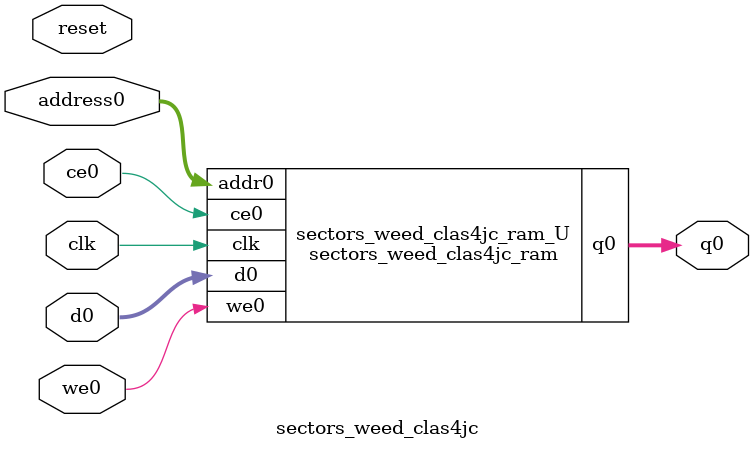
<source format=v>
`timescale 1 ns / 1 ps
module sectors_weed_clas4jc_ram (addr0, ce0, d0, we0, q0,  clk);

parameter DWIDTH = 16;
parameter AWIDTH = 3;
parameter MEM_SIZE = 5;

input[AWIDTH-1:0] addr0;
input ce0;
input[DWIDTH-1:0] d0;
input we0;
output reg[DWIDTH-1:0] q0;
input clk;

(* ram_style = "distributed" *)reg [DWIDTH-1:0] ram[0:MEM_SIZE-1];




always @(posedge clk)  
begin 
    if (ce0) begin
        if (we0) 
            ram[addr0] <= d0; 
        q0 <= ram[addr0];
    end
end


endmodule

`timescale 1 ns / 1 ps
module sectors_weed_clas4jc(
    reset,
    clk,
    address0,
    ce0,
    we0,
    d0,
    q0);

parameter DataWidth = 32'd16;
parameter AddressRange = 32'd5;
parameter AddressWidth = 32'd3;
input reset;
input clk;
input[AddressWidth - 1:0] address0;
input ce0;
input we0;
input[DataWidth - 1:0] d0;
output[DataWidth - 1:0] q0;



sectors_weed_clas4jc_ram sectors_weed_clas4jc_ram_U(
    .clk( clk ),
    .addr0( address0 ),
    .ce0( ce0 ),
    .we0( we0 ),
    .d0( d0 ),
    .q0( q0 ));

endmodule


</source>
